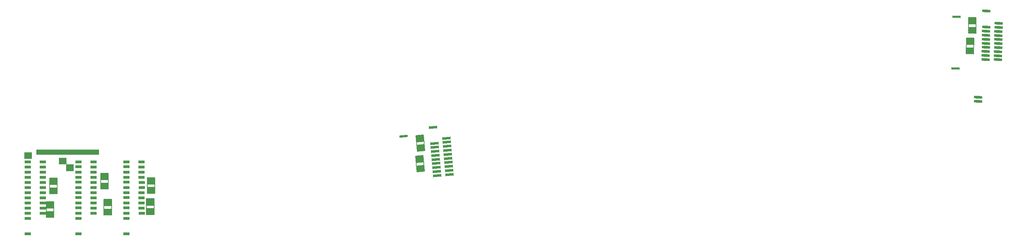
<source format=gbr>
*
G4_C Author: OrCAD GerbTool(tm) 8.1.1 Wed Jun 18 22:44:34 2003*
%LPD*%
%FSLAX34Y34*%
%MOIN*%
%AD*%
%AMD26R98*
20,1,0.027000,0.000000,-0.036000,0.000000,0.036000,98.600000*
%
%AMD26R98N2*
20,1,0.027000,0.000000,-0.036000,0.000000,0.036000,98.600000*
%
%AMD26R86*
20,1,0.027000,0.000000,-0.036000,0.000000,0.036000,86.080000*
%
%AMD17R5*
20,1,0.027000,-0.036000,0.000000,0.036000,0.000000,5.450000*
%
%AMD17R5N2*
20,1,0.027000,-0.036000,0.000000,0.036000,0.000000,5.450000*
%
%AMD29R3*
20,1,0.027000,0.035920,-0.002460,-0.035920,0.002460,3.950000*
%
%AMD29R3N2*
20,1,0.027000,0.035920,-0.002460,-0.035920,0.002460,3.910000*
%
%AMD29R3N3*
20,1,0.027000,0.035920,-0.002460,-0.035920,0.002460,3.920000*
%
%AMD30R105*
20,1,0.024000,0.000000,-0.041000,0.000000,0.041000,105.000000*
%
%AMD26R105*
20,1,0.027000,0.000000,-0.036000,0.000000,0.036000,105.000000*
%
%AMD29R105*
20,1,0.022000,0.000000,-0.040000,0.000000,0.040000,105.000000*
%
%AMD35R355*
20,1,0.024000,0.039600,0.010610,-0.039600,-0.010610,355.000000*
%
%AMD36R355*
20,1,0.027000,0.034770,0.009320,-0.034770,-0.009320,355.000000*
%
%AMD37R355*
20,1,0.022000,0.038640,0.010350,-0.038640,-0.010350,355.000000*
%
%AMD38R355*
20,1,0.024000,0.040370,0.007120,-0.040370,-0.007120,355.000000*
%
%AMD39R355*
20,1,0.027000,0.035450,0.006250,-0.035450,-0.006250,355.000000*
%
%AMD40R355*
20,1,0.022000,0.039400,0.006940,-0.039400,-0.006940,355.000000*
%
%AMD257R359*
20,1,0.022000,-0.040000,0.000000,0.040000,0.000000,359.000000*
%
%AMD258R359*
20,1,0.024000,-0.041000,0.000000,0.041000,0.000000,359.000000*
%
%AMD33R359*
20,1,0.027000,-0.036000,0.000000,0.036000,0.000000,359.000000*
%
%AMD257R359N2*
20,1,0.022000,-0.040000,0.000000,0.040000,0.000000,359.000000*
%
%AMD30R95*
20,1,0.024000,0.000000,-0.041000,0.000000,0.041000,95.000000*
%
%AMD26R95*
20,1,0.027000,0.000000,-0.036000,0.000000,0.036000,95.000000*
%
%AMD29R95*
20,1,0.022000,0.000000,-0.040000,0.000000,0.040000,95.000000*
%
%AMD29R89*
20,1,0.022000,0.000000,-0.040000,0.000000,0.040000,89.000000*
%
%AMD30R89*
20,1,0.024000,0.000000,-0.041000,0.000000,0.041000,89.000000*
%
%AMD51R359*
20,1,0.022000,0.039990,-0.000700,-0.039990,0.000700,359.000000*
%
%AMD52R359*
20,1,0.024000,0.040990,-0.000720,-0.040990,0.000720,359.000000*
%
%AMD53R1*
20,1,0.022000,0.039970,-0.001400,-0.039970,0.001400,1.000000*
%
%AMD54R1*
20,1,0.024000,0.040970,-0.001440,-0.040970,0.001440,1.000000*
%
%AMD30R89N2*
20,1,0.024000,0.000000,-0.041000,0.000000,0.041000,89.000000*
%
%AMD26R89*
20,1,0.027000,0.000000,-0.036000,0.000000,0.036000,89.000000*
%
%AMD29R89N2*
20,1,0.022000,0.000000,-0.040000,0.000000,0.040000,89.000000*
%
%ADD10R,0.050000X0.050000*%
%ADD11C,0.006000*%
%ADD12C,0.019000*%
%ADD13C,0.007900*%
%ADD14C,0.005000*%
%ADD15C,0.000800*%
%ADD16R,0.070000X0.025000*%
%ADD17R,0.068000X0.023000*%
%ADD18C,0.006000*%
%ADD19C,0.009800*%
%ADD20C,0.010000*%
%ADD21C,0.030000*%
%ADD22C,0.060000*%
%ADD23C,0.035000*%
%ADD24C,0.055000*%
%ADD25C,0.065000*%
%ADD26R,0.027000X0.072000*%
%ADD27D26R98*%
%ADD28R,0.031000X0.060000*%
%ADD29R,0.022000X0.080000*%
%ADD30R,0.024000X0.082000*%
%ADD31D17R5N2*%
%ADD32D29R3*%
%ADD33R,0.072000X0.027000*%
%ADD34R,0.072000X0.027000*%
%ADD35D30R105*%
%ADD36D26R105*%
%ADD37D29R105*%
%ADD38D35R355*%
%ADD39D36R355*%
%ADD40D37R355*%
%ADD41D38R355*%
%ADD42D39R355*%
%ADD43D40R355*%
%ADD44D257R359*%
%ADD45D258R359*%
%ADD46D33R359*%
%ADD47D257R359N2*%
%ADD48D30R95*%
%ADD49D26R95*%
%ADD50D29R95*%
%ADD51D29R89*%
%ADD52D30R89*%
%ADD53D51R359*%
%ADD54D52R359*%
%ADD55D53R1*%
%ADD56D54R1*%
%ADD57D30R89N2*%
%ADD58D26R89*%
%ADD59D29R89N2*%
%ADD256R,0.060000X0.031000*%
%ADD257R,0.080000X0.022000*%
%ADD258R,0.082000X0.024000*%
G4_C OrCAD GerbTool Tool List *
G54D10*
G1X1823Y9814D2*
G1X7423Y9814D1*
G54D33*
G1X4128Y8746D3*
G1X4128Y8946D3*
G1X4128Y9130D3*
G1X4843Y8096D3*
G1X4843Y8296D3*
G1X4843Y8480D3*
G1X762Y9284D3*
G1X762Y9484D3*
G1X762Y9668D3*
G54D256*
G1X11812Y8866D3*
G1X11812Y8367D3*
G1X11812Y7866D3*
G1X11812Y5367D3*
G1X11812Y5866D3*
G1X11813Y6366D3*
G1X11813Y6866D3*
G1X11812Y7366D3*
G1X11813Y3865D3*
G1X11812Y4367D3*
G1X11812Y4866D3*
G1X10343Y8868D3*
G1X10343Y8369D3*
G1X10342Y7867D3*
G1X10342Y7368D3*
G1X10342Y6869D3*
G1X10342Y6368D3*
G1X10343Y5868D3*
G1X10343Y5369D3*
G1X10341Y4868D3*
G1X10342Y4369D3*
G1X10342Y3868D3*
G1X10342Y1868D3*
G1X10343Y3368D3*
G54D33*
G1X12648Y3830D3*
G1X12647Y4028D3*
G1X12648Y4212D3*
G1X12649Y4731D3*
G1X12650Y4930D3*
G1X12649Y5113D3*
G1X13013Y5270D2*
G54D18*
G1X13013Y3725D1*
G1X13013Y5271D2*
G1X12276Y5271D1*
G1X12276Y5272D2*
G1X12276Y3725D1*
G54D33*
G1X12725Y5894D3*
G1X12724Y6092D3*
G1X12725Y6276D3*
G1X12726Y6795D3*
G1X12727Y6994D3*
G1X12726Y7177D3*
G1X13089Y7333D2*
G54D18*
G1X13089Y5788D1*
G1X13089Y7334D2*
G1X12352Y7334D1*
G1X12352Y7335D2*
G1X12352Y5788D1*
G54D256*
G1X7123Y5368D3*
G1X7123Y5867D3*
G1X7124Y6367D3*
G1X7124Y6867D3*
G1X7123Y7367D3*
G1X7124Y3866D3*
G1X7123Y4368D3*
G1X7123Y4867D3*
G1X5654Y8868D3*
G1X5654Y8369D3*
G1X5653Y7867D3*
G1X5653Y7368D3*
G1X5653Y6869D3*
G1X5653Y6368D3*
G1X5654Y5868D3*
G1X5654Y5369D3*
G1X5652Y4868D3*
G1X5653Y4369D3*
G1X5653Y3868D3*
G1X5653Y1868D3*
G1X5654Y3368D3*
G1X7123Y7866D3*
G1X7123Y8866D3*
G1X7123Y8367D3*
G54D33*
G1X8517Y3776D3*
G1X8516Y3974D3*
G1X8517Y4158D3*
G1X8518Y4677D3*
G1X8519Y4876D3*
G1X8518Y5059D3*
G1X8881Y5215D2*
G54D18*
G1X8881Y3670D1*
G1X8881Y5216D2*
G1X8145Y5216D1*
G1X8145Y5217D2*
G1X8145Y3670D1*
G54D33*
G1X8186Y6318D3*
G1X8185Y6516D3*
G1X8186Y6700D3*
G1X8187Y7219D3*
G1X8188Y7418D3*
G1X8187Y7601D3*
G1X8551Y7757D2*
G54D18*
G1X8551Y6212D1*
G1X8551Y7758D2*
G1X7814Y7758D1*
G1X7814Y7759D2*
G1X7814Y6212D1*
G54D256*
G1X2194Y8865D3*
G1X2194Y8366D3*
G1X2194Y7865D3*
G1X2194Y5366D3*
G1X2194Y5865D3*
G1X2195Y6365D3*
G1X2195Y6865D3*
G1X2194Y7365D3*
G1X2195Y3864D3*
G1X2194Y4366D3*
G1X2194Y4865D3*
G1X724Y8867D3*
G1X724Y8368D3*
G1X723Y7866D3*
G1X723Y7367D3*
G1X723Y6868D3*
G1X723Y6367D3*
G1X724Y5867D3*
G1X724Y5368D3*
G1X722Y4867D3*
G1X723Y4368D3*
G1X723Y3867D3*
G1X723Y1866D3*
G1X724Y3367D3*
G54D33*
G1X2904Y3541D3*
G1X2903Y3739D3*
G1X2904Y3923D3*
G1X2905Y4442D3*
G1X2906Y4641D3*
G1X2905Y4824D3*
G1X3269Y4980D2*
G54D18*
G1X3269Y3435D1*
G1X3269Y4981D2*
G1X2532Y4981D1*
G1X2532Y4982D2*
G1X2532Y3435D1*
G54D33*
G1X3223Y5845D3*
G1X3222Y6043D3*
G1X3223Y6227D3*
G1X3224Y6746D3*
G1X3225Y6945D3*
G1X3224Y7128D3*
G1X3588Y7284D2*
G54D18*
G1X3588Y5739D1*
G1X3588Y7285D2*
G1X2851Y7285D1*
G1X2851Y7286D2*
G1X2851Y5739D1*
G54D48*
G1X41756Y7631D3*
G1X41721Y8024D3*
G1X41687Y8416D3*
G1X41653Y8807D3*
G1X41618Y9200D3*
G1X41584Y9591D3*
G1X41550Y9984D3*
G1X41515Y10376D3*
G1X41481Y10769D3*
G1X41447Y11160D3*
G1X40559Y7526D3*
G1X40525Y7919D3*
G1X40491Y8310D3*
G1X40456Y8703D3*
G1X40422Y9095D3*
G1X40388Y9487D3*
G1X40353Y9879D3*
G1X40319Y10272D3*
G1X40285Y10664D3*
G1X40148Y12231D3*
G54D49*
G1X38971Y8018D3*
G1X38953Y8215D3*
G1X38938Y8398D3*
G1X38894Y8915D3*
G1X38877Y9113D3*
G1X38861Y9296D3*
G1X39210Y9483D2*
G54D18*
G1X39344Y7944D1*
G1X39209Y9484D2*
G1X38475Y9420D1*
G1X38475Y9421D2*
G1X38610Y7879D1*
G54D49*
G1X38984Y10025D3*
G1X38966Y10222D3*
G1X38951Y10406D3*
G1X38907Y10923D3*
G1X38891Y11121D3*
G1X38874Y11303D3*
G1X39223Y11491D2*
G54D18*
G1X39357Y9952D1*
G1X39223Y11492D2*
G1X38488Y11427D1*
G1X38488Y11428D2*
G1X38623Y9887D1*
G54D50*
G1X37310Y11359D3*
G54D57*
G1X95126Y18803D3*
G1X95133Y19198D3*
G1X95140Y19591D3*
G1X95147Y19984D3*
G1X95153Y20378D3*
G1X95160Y20771D3*
G1X95167Y21165D3*
G1X95174Y21559D3*
G1X95181Y21953D3*
G1X95188Y22345D3*
G1X93925Y18824D3*
G1X93932Y19218D3*
G1X93939Y19611D3*
G1X93946Y20005D3*
G1X93953Y20399D3*
G1X93959Y20792D3*
G1X93966Y21186D3*
G1X93973Y21580D3*
G1X93980Y21973D3*
G1X94008Y23546D3*
G54D58*
G1X92397Y19479D3*
G1X92400Y19677D3*
G1X92404Y19861D3*
G1X92414Y20380D3*
G1X92418Y20579D3*
G1X92421Y20762D3*
G1X92787Y20911D2*
G54D18*
G1X92760Y19366D1*
G1X92787Y20912D2*
G1X92050Y20925D1*
G1X92050Y20926D2*
G1X92023Y19379D1*
G54D58*
G1X92620Y21474D3*
G1X92623Y21672D3*
G1X92627Y21856D3*
G1X92637Y22375D3*
G1X92641Y22574D3*
G1X92644Y22757D3*
G1X93010Y22907D2*
G54D18*
G1X92983Y21362D1*
G1X93010Y22908D2*
G1X92273Y22920D1*
G1X92273Y22921D2*
G1X92246Y21375D1*
G54D59*
G1X91094Y22976D3*
G54D55*
G1X90982Y17944D3*
G54D56*
G1X93205Y14755D3*
G1X93208Y15149D3*
M2*

</source>
